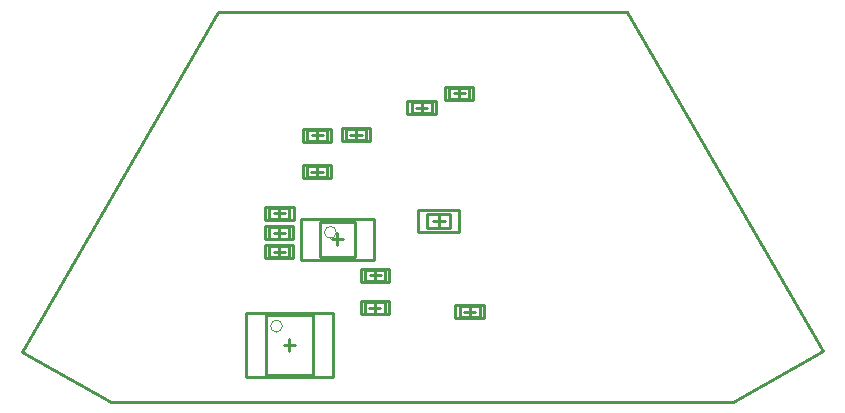
<source format=gm1>
%FSLAX44Y44*%
%MOMM*%
G71*
G01*
G75*
G04 Layer_Color=16711935*
%ADD10R,0.7000X0.9000*%
%ADD11R,0.8000X1.4000*%
%ADD12O,1.4000X0.3500*%
%ADD13R,0.8000X0.9000*%
%ADD14O,1.4500X0.6000*%
%ADD15C,0.5000*%
%ADD16C,0.2540*%
%ADD17C,0.2500*%
%ADD18C,0.4000*%
%ADD19C,1.5240*%
%ADD20C,1.6000*%
%ADD21R,1.6000X1.6000*%
%ADD22C,1.7000*%
%ADD23C,1.2000*%
%ADD24C,1.2700*%
%ADD25C,0.6000*%
%ADD26C,0.2000*%
%ADD27C,0.1000*%
%ADD28C,0.1270*%
%ADD29R,0.9032X1.1032*%
%ADD30R,1.0032X1.6032*%
%ADD31O,1.5000X0.4500*%
%ADD32R,1.0032X1.1032*%
%ADD33O,1.5500X0.7000*%
%ADD34C,1.7272*%
%ADD35C,1.8032*%
%ADD36R,1.8032X1.8032*%
%ADD37C,1.9032*%
%ADD38C,1.4032*%
%ADD39C,1.4732*%
D16*
X272734Y245198D02*
Y256198D01*
X296734Y245198D02*
Y256198D01*
X272734D02*
X296734D01*
X272734Y245198D02*
X296734D01*
X279984Y250698D02*
X289484D01*
X284734Y245948D02*
Y255448D01*
X240476Y146646D02*
Y157646D01*
X264476Y146646D02*
Y157646D01*
X240476D02*
X264476D01*
X240476Y146646D02*
X264476D01*
X247726Y152146D02*
X257226D01*
X252476Y147396D02*
Y156896D01*
X224250Y45500D02*
Y100500D01*
X298250Y45500D02*
Y100500D01*
X224250D02*
X298250D01*
X224250Y45500D02*
X298250D01*
X256250Y73000D02*
X266250D01*
X261250Y68000D02*
Y78000D01*
X317500Y246250D02*
Y255750D01*
X312750Y251000D02*
X322250D01*
X305500Y256500D02*
X329500D01*
X305500Y245500D02*
X329500D01*
X305500D02*
Y256500D01*
X329500Y245500D02*
Y256500D01*
X401766Y95846D02*
Y106846D01*
X425766Y95846D02*
Y106846D01*
X401766D02*
X425766D01*
X401766Y95846D02*
X425766D01*
X409016Y101346D02*
X418516D01*
X413766Y96596D02*
Y106096D01*
X321864Y126434D02*
Y137434D01*
X345864Y126434D02*
Y137434D01*
X321864D02*
X345864D01*
X321864Y126434D02*
X345864D01*
X329114Y131934D02*
X338614D01*
X333864Y127184D02*
Y136684D01*
X264730Y178904D02*
Y189904D01*
X240730Y178904D02*
Y189904D01*
Y178904D02*
X264730D01*
X240730Y189904D02*
X264730D01*
X247980Y184404D02*
X257480Y184404D01*
X252730Y179654D02*
X252730Y189154D01*
X284480Y214960D02*
Y224460D01*
X279730Y219710D02*
X289230D01*
X272480Y214210D02*
X296480D01*
X272480Y225210D02*
X296480D01*
Y214210D02*
Y225210D01*
X272480Y214210D02*
Y225210D01*
X392876Y280504D02*
Y291504D01*
X416876Y280504D02*
Y291504D01*
X392876D02*
X416876D01*
X392876Y280504D02*
X416876D01*
X400126Y286004D02*
X409626D01*
X404876Y281254D02*
Y290754D01*
X321502Y98894D02*
Y109894D01*
X345502Y98894D02*
Y109894D01*
X321502D02*
X345502D01*
X321502Y98894D02*
X345502D01*
X328752Y104394D02*
X338252D01*
X333502Y99644D02*
Y109144D01*
X301860Y157414D02*
Y167414D01*
X296860Y162414D02*
X306860D01*
X270610Y144914D02*
X333110D01*
X270610Y179914D02*
X333110D01*
Y144914D02*
Y179914D01*
X270610Y144914D02*
Y179914D01*
X361126Y268566D02*
Y279566D01*
X385126Y268566D02*
Y279566D01*
X361126D02*
X385126D01*
X361126Y268566D02*
X385126D01*
X368376Y274066D02*
X377876D01*
X373126Y269316D02*
Y278816D01*
X240596Y162394D02*
Y173394D01*
X264596Y162394D02*
Y173394D01*
X240596D02*
X264596D01*
X240596Y162394D02*
X264596D01*
X247846Y167894D02*
X257346D01*
X252596Y163144D02*
Y172644D01*
X387500Y173000D02*
Y183000D01*
X382500Y178000D02*
X392500D01*
X370250Y168500D02*
X404750D01*
X370250Y187500D02*
X404750D01*
Y168500D02*
Y187500D01*
X370250Y168500D02*
Y187500D01*
X276234Y245948D02*
Y255448D01*
X293234Y245948D02*
Y255448D01*
X276234D02*
X293234D01*
X276234Y245948D02*
X293234D01*
X243976Y147396D02*
Y156896D01*
X260976Y147396D02*
Y156896D01*
X243976D02*
X260976D01*
X243976Y147396D02*
X260976D01*
X241250Y48000D02*
Y98000D01*
X281250Y48000D02*
Y98000D01*
X241250D02*
X281250D01*
X241250Y48000D02*
X281250D01*
X308750Y255750D02*
X326250D01*
X308750Y246250D02*
X326250D01*
X308750D02*
Y255750D01*
X326250Y246250D02*
Y255750D01*
X405266Y96596D02*
Y106096D01*
X422266Y96596D02*
Y106096D01*
X405266D02*
X422266D01*
X405266Y96596D02*
X422266D01*
X325364Y127184D02*
Y136684D01*
X342364Y127184D02*
Y136684D01*
X325364D02*
X342364D01*
X325364Y127184D02*
X342364D01*
X261230Y179654D02*
X261230Y189154D01*
X244230Y179654D02*
X244230Y189154D01*
X244230Y179654D02*
X261230D01*
X244230Y189154D02*
X261230D01*
X275730Y214960D02*
X293230D01*
X275730Y224460D02*
X293230D01*
Y214960D02*
Y224460D01*
X275730Y214960D02*
Y224460D01*
X396376Y281254D02*
Y290754D01*
X413376Y281254D02*
Y290754D01*
X396376D02*
X413376D01*
X396376Y281254D02*
X413376D01*
X325002Y99644D02*
Y109144D01*
X342002Y99644D02*
Y109144D01*
X325002D02*
X342002D01*
X325002Y99644D02*
X342002D01*
X286860Y147414D02*
X316860D01*
X286860Y177414D02*
X316860D01*
Y147414D02*
Y177414D01*
X286860Y147414D02*
Y177414D01*
X364626Y269316D02*
Y278816D01*
X381626Y269316D02*
Y278816D01*
X364626D02*
X381626D01*
X364626Y269316D02*
X381626D01*
X244096Y163144D02*
Y172644D01*
X261096Y163144D02*
Y172644D01*
X244096D02*
X261096D01*
X244096Y163144D02*
X261096D01*
X377500Y171750D02*
X397500D01*
X377500Y184250D02*
X397500D01*
Y171750D02*
Y184250D01*
X377500Y171750D02*
Y184250D01*
D17*
X34441Y67057D02*
X200728Y355300D01*
X34441Y67057D02*
X109800Y25000D01*
X636507D01*
X713152Y67773D01*
X547133Y355300D02*
X713152Y67773D01*
X200728Y355300D02*
X547133Y355300D01*
D27*
X255250Y89000D02*
G03*
X255250Y89000I-5000J0D01*
G01*
X300860Y168414D02*
G03*
X300860Y168414I-5000J0D01*
G01*
M02*

</source>
